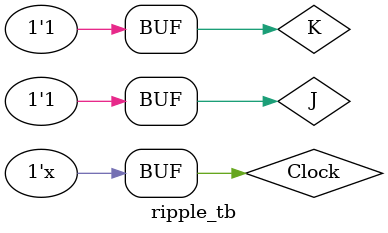
<source format=v>
`timescale 1ns / 1ps

module ripple_tb;

	// Inputs
	reg J;
	reg K;
	reg Clock;

	// Outputs
	wire [3:0] Q;

	// Instantiate the Unit Under Test (UUT)
	ripple_counter uut (
		.J(J), 
		.K(K), 
		.Clock(Clock), 
		.Q(Q)
	);

	initial begin
		// Initialize Inputs
		J = 1;
		K = 1;
		Clock = 0;
		#100;
	end
	always #30 Clock = ~Clock;	
      
endmodule


</source>
